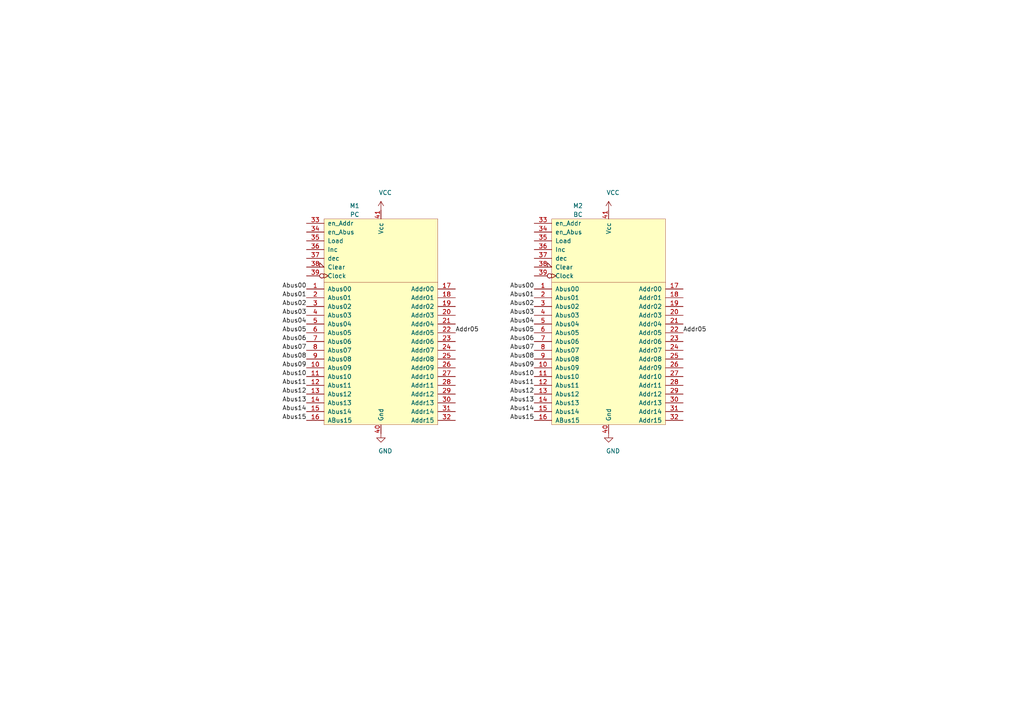
<source format=kicad_sch>
(kicad_sch (version 20200828) (generator eeschema)
  (page 1 1)
  (paper "A4")
  (lib_symbols
    (symbol "Modules:Address_Register" (pin_names (offset 1.016))
      (property "Reference" "M" (at -19.685 34.29 0))
      (property "Value" "Address_Register" (at -19.685 32.385 0))
      (symbol "Address_Register_0_1"
        (rectangle (start -16.51 30.48) (end 16.51 -29.21) (stroke (width 0.001)) (fill (type background)))
        (polyline (pts (xy -16.51 12.065) (xy 16.51 12.065)) (stroke (width 0.0006)))
      )
      (symbol "Address_Register_1_1"
        (pin bidirectional line (at -21.59 10.16 0) (length 5.08) (name "Abus00") (number "1"))
        (pin bidirectional line (at -21.59 7.62 0) (length 5.08) (name "Abus01") (number "2"))
        (pin bidirectional line (at -21.59 5.08 0) (length 5.08) (name "Abus02") (number "3"))
        (pin bidirectional line (at -21.59 2.54 0) (length 5.08) (name "Abus03") (number "4"))
        (pin bidirectional line (at -21.59 0 0) (length 5.08) (name "Abus04") (number "5"))
        (pin bidirectional line (at -21.59 -2.54 0) (length 5.08) (name "Abus05") (number "6"))
        (pin bidirectional line (at -21.59 -5.08 0) (length 5.08) (name "Abus06") (number "7"))
        (pin bidirectional line (at -21.59 -7.62 0) (length 5.08) (name "Abus07") (number "8"))
        (pin bidirectional line (at -21.59 -10.16 0) (length 5.08) (name "Abus08") (number "9"))
        (pin bidirectional line (at -21.59 -12.7 0) (length 5.08) (name "Abus09") (number "10"))
        (pin bidirectional line (at -21.59 -15.24 0) (length 5.08) (name "Abus10") (number "11"))
        (pin bidirectional line (at -21.59 -17.78 0) (length 5.08) (name "Abus11") (number "12"))
        (pin bidirectional line (at -21.59 -20.32 0) (length 5.08) (name "Abus12") (number "13"))
        (pin bidirectional line (at -21.59 -22.86 0) (length 5.08) (name "Abus13") (number "14"))
        (pin bidirectional line (at -21.59 -25.4 0) (length 5.08) (name "Abus14") (number "15"))
        (pin bidirectional line (at -21.59 -27.94 0) (length 5.08) (name "ABus15") (number "16"))
        (pin power_in line (at 0 33.02 270) (length 2.54) (name "Vcc") (number "41"))
        (pin power_in line (at 0 -31.75 90) (length 2.54) (name "Gnd") (number "40"))
        (pin output line (at 21.59 10.16 180) (length 5.08) (name "Addr00") (number "17"))
        (pin output line (at 21.59 7.62 180) (length 5.08) (name "Addr01") (number "18"))
        (pin output line (at 21.59 5.08 180) (length 5.08) (name "Addr02") (number "19"))
        (pin output line (at 21.59 2.54 180) (length 5.08) (name "Addr03") (number "20"))
        (pin output line (at 21.59 0 180) (length 5.08) (name "Addr04") (number "21"))
        (pin output line (at 21.59 -2.54 180) (length 5.08) (name "Addr05") (number "22"))
        (pin output line (at 21.59 -5.08 180) (length 5.08) (name "Addr06") (number "23"))
        (pin output line (at 21.59 -7.62 180) (length 5.08) (name "Addr07") (number "24"))
        (pin output line (at 21.59 -10.16 180) (length 5.08) (name "Addr08") (number "25"))
        (pin output line (at 21.59 -12.7 180) (length 5.08) (name "Addr09") (number "26"))
        (pin output line (at 21.59 -15.24 180) (length 5.08) (name "Addr10") (number "27"))
        (pin output line (at 21.59 -17.78 180) (length 5.08) (name "Addr11") (number "28"))
        (pin output line (at 21.59 -20.32 180) (length 5.08) (name "Addr12") (number "29"))
        (pin output line (at 21.59 -22.86 180) (length 5.08) (name "Addr13") (number "30"))
        (pin output line (at 21.59 -25.4 180) (length 5.08) (name "Addr14") (number "31"))
        (pin output line (at 21.59 -27.94 180) (length 5.08) (name "Addr15") (number "32"))
        (pin input inverted_clock (at -21.59 13.97 0) (length 5.08) (name "Clock") (number "39"))
        (pin input input_low (at -21.59 16.51 0) (length 5.08) (name "Clear") (number "38"))
        (pin input line (at -21.59 19.05 0) (length 5.08) (name "dec") (number "37"))
        (pin input line (at -21.59 21.59 0) (length 5.08) (name "Inc") (number "36"))
        (pin input line (at -21.59 24.13 0) (length 5.08) (name "Load") (number "35"))
        (pin input line (at -21.59 26.67 0) (length 5.08) (name "en_Abus") (number "34"))
        (pin input line (at -21.59 29.21 0) (length 5.08) (name "en_Addr") (number "33"))
      )
    )
    (symbol "Modules:Address_Register_1" (pin_names (offset 1.016))
      (property "Reference" "M" (at -19.685 34.29 0))
      (property "Value" "Address_Register" (at -19.685 32.385 0))
      (symbol "Address_Register_1_0_1"
        (rectangle (start -16.51 30.48) (end 16.51 -29.21) (stroke (width 0.001)) (fill (type background)))
        (polyline (pts (xy -16.51 12.065) (xy 16.51 12.065)) (stroke (width 0.0006)))
      )
      (symbol "Address_Register_1_1_1"
        (pin bidirectional line (at -21.59 10.16 0) (length 5.08) (name "Abus00") (number "1"))
        (pin bidirectional line (at -21.59 7.62 0) (length 5.08) (name "Abus01") (number "2"))
        (pin bidirectional line (at -21.59 5.08 0) (length 5.08) (name "Abus02") (number "3"))
        (pin bidirectional line (at -21.59 2.54 0) (length 5.08) (name "Abus03") (number "4"))
        (pin bidirectional line (at -21.59 0 0) (length 5.08) (name "Abus04") (number "5"))
        (pin bidirectional line (at -21.59 -2.54 0) (length 5.08) (name "Abus05") (number "6"))
        (pin bidirectional line (at -21.59 -5.08 0) (length 5.08) (name "Abus06") (number "7"))
        (pin bidirectional line (at -21.59 -7.62 0) (length 5.08) (name "Abus07") (number "8"))
        (pin bidirectional line (at -21.59 -10.16 0) (length 5.08) (name "Abus08") (number "9"))
        (pin bidirectional line (at -21.59 -12.7 0) (length 5.08) (name "Abus09") (number "10"))
        (pin bidirectional line (at -21.59 -15.24 0) (length 5.08) (name "Abus10") (number "11"))
        (pin bidirectional line (at -21.59 -17.78 0) (length 5.08) (name "Abus11") (number "12"))
        (pin bidirectional line (at -21.59 -20.32 0) (length 5.08) (name "Abus12") (number "13"))
        (pin bidirectional line (at -21.59 -22.86 0) (length 5.08) (name "Abus13") (number "14"))
        (pin bidirectional line (at -21.59 -25.4 0) (length 5.08) (name "Abus14") (number "15"))
        (pin bidirectional line (at -21.59 -27.94 0) (length 5.08) (name "ABus15") (number "16"))
        (pin power_in line (at 0 33.02 270) (length 2.54) (name "Vcc") (number "41"))
        (pin power_in line (at 0 -31.75 90) (length 2.54) (name "Gnd") (number "40"))
        (pin output line (at 21.59 10.16 180) (length 5.08) (name "Addr00") (number "17"))
        (pin output line (at 21.59 7.62 180) (length 5.08) (name "Addr01") (number "18"))
        (pin output line (at 21.59 5.08 180) (length 5.08) (name "Addr02") (number "19"))
        (pin output line (at 21.59 2.54 180) (length 5.08) (name "Addr03") (number "20"))
        (pin output line (at 21.59 0 180) (length 5.08) (name "Addr04") (number "21"))
        (pin output line (at 21.59 -2.54 180) (length 5.08) (name "Addr05") (number "22"))
        (pin output line (at 21.59 -5.08 180) (length 5.08) (name "Addr06") (number "23"))
        (pin output line (at 21.59 -7.62 180) (length 5.08) (name "Addr07") (number "24"))
        (pin output line (at 21.59 -10.16 180) (length 5.08) (name "Addr08") (number "25"))
        (pin output line (at 21.59 -12.7 180) (length 5.08) (name "Addr09") (number "26"))
        (pin output line (at 21.59 -15.24 180) (length 5.08) (name "Addr10") (number "27"))
        (pin output line (at 21.59 -17.78 180) (length 5.08) (name "Addr11") (number "28"))
        (pin output line (at 21.59 -20.32 180) (length 5.08) (name "Addr12") (number "29"))
        (pin output line (at 21.59 -22.86 180) (length 5.08) (name "Addr13") (number "30"))
        (pin output line (at 21.59 -25.4 180) (length 5.08) (name "Addr14") (number "31"))
        (pin output line (at 21.59 -27.94 180) (length 5.08) (name "Addr15") (number "32"))
        (pin input inverted_clock (at -21.59 13.97 0) (length 5.08) (name "Clock") (number "39"))
        (pin input input_low (at -21.59 16.51 0) (length 5.08) (name "Clear") (number "38"))
        (pin input line (at -21.59 19.05 0) (length 5.08) (name "dec") (number "37"))
        (pin input line (at -21.59 21.59 0) (length 5.08) (name "Inc") (number "36"))
        (pin input line (at -21.59 24.13 0) (length 5.08) (name "Load") (number "35"))
        (pin input line (at -21.59 26.67 0) (length 5.08) (name "en_Abus") (number "34"))
        (pin input line (at -21.59 29.21 0) (length 5.08) (name "en_Addr") (number "33"))
      )
    )
    (symbol "power:GND" (power) (pin_names (offset 0))
      (property "Value" "GND" (at 0 -3.81 0))
      (symbol "GND_0_1"
        (polyline (pts (xy 0 0) (xy 0 -1.27) (xy 1.27 -1.27) (xy 0 -2.54) (xy -1.27 -1.27) (xy 0 -1.27)))
      )
      (symbol "GND_1_1"
        (pin power_in line (at 0 0 270) (length 0) hide (name "GND") (number "1"))
      )
    )
    (symbol "power:VCC" (power) (pin_names (offset 0))
      (property "Value" "VCC" (at 0 3.81 0))
      (symbol "VCC_0_1"
        (polyline (pts (xy -0.762 1.27) (xy 0 2.54)))
        (polyline (pts (xy 0 0) (xy 0 2.54)))
        (polyline (pts (xy 0 2.54) (xy 0.762 1.27)))
      )
      (symbol "VCC_1_1"
        (pin power_in line (at 0 0 90) (length 0) hide (name "VCC") (number "1"))
      )
    )
  )
  (label "Abus00" (at 88.9 83.82 180))
  (label "Abus01" (at 88.9 86.36 180))
  (label "Abus02" (at 88.9 88.9 180))
  (label "Abus03" (at 88.9 91.44 180))
  (label "Abus04" (at 88.9 93.98 180))
  (label "Abus05" (at 88.9 96.52 180))
  (label "Abus06" (at 88.9 99.06 180))
  (label "Abus07" (at 88.9 101.6 180))
  (label "Abus08" (at 88.9 104.14 180))
  (label "Abus09" (at 88.9 106.68 180))
  (label "Abus10" (at 88.9 109.22 180))
  (label "Abus11" (at 88.9 111.76 180))
  (label "Abus12" (at 88.9 114.3 180))
  (label "Abus13" (at 88.9 116.84 180))
  (label "Abus14" (at 88.9 119.38 180))
  (label "Abus15" (at 88.9 121.92 180))
  (label "Addr05" (at 132.08 96.52 0))
  (label "Abus00" (at 154.94 83.82 180))
  (label "Abus01" (at 154.94 86.36 180))
  (label "Abus02" (at 154.94 88.9 180))
  (label "Abus03" (at 154.94 91.44 180))
  (label "Abus04" (at 154.94 93.98 180))
  (label "Abus05" (at 154.94 96.52 180))
  (label "Abus06" (at 154.94 99.06 180))
  (label "Abus07" (at 154.94 101.6 180))
  (label "Abus08" (at 154.94 104.14 180))
  (label "Abus09" (at 154.94 106.68 180))
  (label "Abus10" (at 154.94 109.22 180))
  (label "Abus11" (at 154.94 111.76 180))
  (label "Abus12" (at 154.94 114.3 180))
  (label "Abus13" (at 154.94 116.84 180))
  (label "Abus14" (at 154.94 119.38 180))
  (label "Abus15" (at 154.94 121.92 180))
  (label "Addr05" (at 198.12 96.52 0))
  (symbol (lib_id "power:VCC") (at 110.49 60.96 0) (unit 1)
    (property "Reference" "#PWR?" (effects hide))
    (property "Value" "VCC" (at 111.76 55.88 0))
  )
  (symbol (lib_id "power:VCC") (at 176.53 60.96 0) (unit 1)
    (property "Reference" "#PWR?" (effects hide))
    (property "Value" "VCC" (at 177.8 55.88 0))
  )
  (symbol (lib_id "power:GND") (at 110.49 125.73 0) (unit 1)
    (property "Reference" "#PWR?" (effects hide))
    (property "Value" "GND" (at 111.76 130.81 0))
  )
  (symbol (lib_id "power:GND") (at 176.53 125.73 0) (unit 1)
    (property "Reference" "#PWR?" (effects hide))
    (property "Value" "GND" (at 177.8 130.81 0))
  )
  (symbol (lib_name "Modules:Address_Register_1") (lib_id "Modules:Address_Register") (at 110.49 93.98 0) (unit 1)
    (property "Reference" "M1" (at 102.87 59.69 0))
    (property "Value" "PC" (at 102.87 62.23 0))
    (property "Footprint" "Modules:Address Register" (effects hide))
  )
  (symbol (lib_id "Modules:Address_Register") (at 176.53 93.98 0) (unit 1)
    (property "Reference" "M2" (at 167.64 59.69 0))
    (property "Value" "BC" (at 167.64 62.23 0))
    (property "Footprint" "Modules:Address Register" (effects hide))
  )
)
</source>
